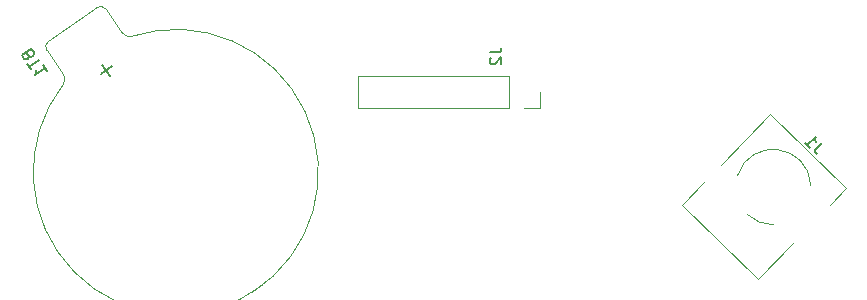
<source format=gbr>
%TF.GenerationSoftware,KiCad,Pcbnew,(6.0.5-0)*%
%TF.CreationDate,2022-07-21T12:39:38-05:00*%
%TF.ProjectId,HPS_Round_Clock,4850535f-526f-4756-9e64-5f436c6f636b,rev?*%
%TF.SameCoordinates,PX56c8cc0PY97a25c0*%
%TF.FileFunction,Legend,Bot*%
%TF.FilePolarity,Positive*%
%FSLAX46Y46*%
G04 Gerber Fmt 4.6, Leading zero omitted, Abs format (unit mm)*
G04 Created by KiCad (PCBNEW (6.0.5-0)) date 2022-07-21 12:39:38*
%MOMM*%
%LPD*%
G01*
G04 APERTURE LIST*
G04 Aperture macros list*
%AMRoundRect*
0 Rectangle with rounded corners*
0 $1 Rounding radius*
0 $2 $3 $4 $5 $6 $7 $8 $9 X,Y pos of 4 corners*
0 Add a 4 corners polygon primitive as box body*
4,1,4,$2,$3,$4,$5,$6,$7,$8,$9,$2,$3,0*
0 Add four circle primitives for the rounded corners*
1,1,$1+$1,$2,$3*
1,1,$1+$1,$4,$5*
1,1,$1+$1,$6,$7*
1,1,$1+$1,$8,$9*
0 Add four rect primitives between the rounded corners*
20,1,$1+$1,$2,$3,$4,$5,0*
20,1,$1+$1,$4,$5,$6,$7,0*
20,1,$1+$1,$6,$7,$8,$9,0*
20,1,$1+$1,$8,$9,$2,$3,0*%
%AMRotRect*
0 Rectangle, with rotation*
0 The origin of the aperture is its center*
0 $1 length*
0 $2 width*
0 $3 Rotation angle, in degrees counterclockwise*
0 Add horizontal line*
21,1,$1,$2,0,0,$3*%
G04 Aperture macros list end*
%ADD10C,0.150000*%
%ADD11C,0.120000*%
%ADD12C,3.200000*%
%ADD13C,2.000000*%
%ADD14R,1.600000X1.600000*%
%ADD15O,1.600000X1.600000*%
%ADD16RoundRect,0.250200X-0.649800X-0.649800X0.649800X-0.649800X0.649800X0.649800X-0.649800X0.649800X0*%
%ADD17C,1.800000*%
%ADD18R,1.700000X1.700000*%
%ADD19O,1.700000X1.700000*%
%ADD20RotRect,3.000000X3.000000X305.000000*%
%ADD21C,3.000000*%
%ADD22RoundRect,0.500000X-0.855982X-1.606174X1.575322X0.911515X0.855982X1.606174X-1.575322X-0.911515X0*%
%ADD23RoundRect,0.500000X1.426339X-0.682318X-0.731681X1.401657X-1.426339X0.682318X0.731681X-1.401657X0*%
G04 APERTURE END LIST*
D10*
%TO.C,BT1*%
X20087666Y49045496D02*
X20208613Y48955788D01*
X20274934Y48944094D01*
X20380261Y48959713D01*
X20497283Y49041652D01*
X20547984Y49135286D01*
X20559678Y49201606D01*
X20544059Y49306934D01*
X20325554Y49618992D01*
X19506402Y49045415D01*
X19697594Y48772365D01*
X19791228Y48721663D01*
X19857548Y48709969D01*
X19962876Y48725588D01*
X20040890Y48780215D01*
X20091591Y48873848D01*
X20103286Y48940169D01*
X20087666Y49045496D01*
X19896474Y49318547D01*
X19998039Y48343285D02*
X20325797Y47875198D01*
X20981070Y48682818D02*
X20161918Y48109241D01*
X21636586Y47746644D02*
X21308828Y48214731D01*
X21472707Y47980688D02*
X20653555Y47407111D01*
X20715950Y47567065D01*
X20739338Y47699706D01*
X20723719Y47805034D01*
X26337343Y48276874D02*
X26992859Y47340700D01*
X27133188Y48136545D02*
X26197014Y47481029D01*
%TO.C,J2*%
X59137380Y49303334D02*
X59851666Y49303334D01*
X59994523Y49350953D01*
X60089761Y49446191D01*
X60137380Y49589048D01*
X60137380Y49684286D01*
X59232619Y48874762D02*
X59185000Y48827143D01*
X59137380Y48731905D01*
X59137380Y48493810D01*
X59185000Y48398572D01*
X59232619Y48350953D01*
X59327857Y48303334D01*
X59423095Y48303334D01*
X59565952Y48350953D01*
X60137380Y48922381D01*
X60137380Y48303334D01*
%TO.C,J1*%
X87247337Y41666312D02*
X86751152Y41152498D01*
X86686169Y41016656D01*
X86688520Y40881989D01*
X86758204Y40748498D01*
X86826712Y40682340D01*
X85833338Y41641630D02*
X86244390Y41244683D01*
X86038864Y41443157D02*
X86733522Y42162496D01*
X86702794Y41993576D01*
X86705145Y41858909D01*
X86740574Y41758497D01*
D11*
%TO.C,BT1*%
X26638049Y52978136D02*
X28043311Y50971214D01*
X21776288Y50245321D02*
X25872048Y53113203D01*
X23046484Y47472397D02*
X21641222Y49479320D01*
X39067841Y29009439D02*
G75*
G03*
X28829816Y50667388I-6496632J10177754D01*
G01*
X28043311Y50971214D02*
G75*
G03*
X28851789Y50676952I614364J430182D01*
G01*
X21776288Y50245320D02*
G75*
G03*
X21641222Y49479320I315466J-450533D01*
G01*
X26638050Y52978136D02*
G75*
G03*
X25872048Y53113203I-450534J-315465D01*
G01*
X23062985Y46629411D02*
G75*
G03*
X39913191Y29601359I9508224J-7442218D01*
G01*
X23046484Y46612033D02*
G75*
G03*
X23046484Y47472397I-614364J430182D01*
G01*
%TO.C,J2*%
X60765000Y47300000D02*
X48005000Y47300000D01*
X60765000Y44640000D02*
X60765000Y47300000D01*
X63365000Y44640000D02*
X63365000Y45970000D01*
X62035000Y44640000D02*
X63365000Y44640000D01*
X60765000Y44640000D02*
X48005000Y44640000D01*
X48005000Y44640000D02*
X48005000Y47300000D01*
%TO.C,J1*%
X81875607Y30105570D02*
X75401548Y36357495D01*
X82834393Y44054431D02*
X78701176Y39774359D01*
X81875607Y30105570D02*
X84827905Y33162764D01*
X89308451Y37802505D02*
X82834393Y44054431D01*
X75401548Y36357495D02*
X77311859Y38335679D01*
X89308451Y37802505D02*
X87953867Y36399793D01*
X86334119Y38033474D02*
G75*
G03*
X80130851Y38902948I-3180262J-126233D01*
G01*
X80930950Y35605354D02*
G75*
G03*
X83209705Y34707728I2222906J2301883D01*
G01*
%TD*%
%LPC*%
D12*
%TO.C,H4*%
X4500000Y59000000D03*
%TD*%
D13*
%TO.C,TP11*%
X69655000Y91055000D03*
%TD*%
%TO.C,TP13*%
X58098000Y68576000D03*
%TD*%
%TO.C,TP4*%
X56955000Y97405000D03*
%TD*%
%TO.C,TP15*%
X39810000Y88515000D03*
%TD*%
%TO.C,TP5*%
X92515000Y64385000D03*
%TD*%
%TO.C,TP2*%
X46160000Y91055000D03*
%TD*%
%TO.C,TP8*%
X76640000Y88515000D03*
%TD*%
D12*
%TO.C,H2*%
X113500000Y59000000D03*
%TD*%
D13*
%TO.C,TP1*%
X34730000Y82800000D03*
%TD*%
%TO.C,TP14*%
X52510000Y92325000D03*
%TD*%
D12*
%TO.C,H3*%
X59000000Y4500000D03*
%TD*%
D13*
%TO.C,TP3*%
X53145000Y51050000D03*
%TD*%
%TO.C,TP12*%
X58225000Y65401000D03*
%TD*%
D14*
%TO.C,U4*%
X41842000Y54860000D03*
D15*
X44382000Y54860000D03*
X46922000Y54860000D03*
X49462000Y54860000D03*
X52002000Y54860000D03*
X54542000Y54860000D03*
X57082000Y54860000D03*
X59622000Y54860000D03*
X62162000Y54860000D03*
X64702000Y54860000D03*
X67242000Y54860000D03*
X69782000Y54860000D03*
X72322000Y54860000D03*
X74862000Y54860000D03*
X74862000Y62480000D03*
X72322000Y62480000D03*
X69782000Y62480000D03*
X67242000Y62480000D03*
X64702000Y62480000D03*
X62162000Y62480000D03*
X59622000Y62480000D03*
X57082000Y62480000D03*
X54542000Y62480000D03*
X52002000Y62480000D03*
X49462000Y62480000D03*
X46922000Y62480000D03*
X44382000Y62480000D03*
X41842000Y62480000D03*
%TD*%
D12*
%TO.C,H1*%
X59000000Y113500000D03*
%TD*%
D16*
%TO.C,U3*%
X63940000Y65750000D03*
D17*
X66480000Y65750000D03*
X69020000Y65750000D03*
%TD*%
D13*
%TO.C,TP6*%
X22665000Y64385000D03*
%TD*%
D14*
%TO.C,U2*%
X54800000Y73275000D03*
D15*
X52260000Y73275000D03*
X49720000Y73275000D03*
X47180000Y73275000D03*
X47180000Y65655000D03*
X49720000Y65655000D03*
X52260000Y65655000D03*
X54800000Y65655000D03*
%TD*%
D13*
%TO.C,TP7*%
X80450000Y85340000D03*
%TD*%
D18*
%TO.C,J3*%
X58225000Y77085000D03*
D19*
X60765000Y77085000D03*
X58225000Y74545000D03*
X60765000Y74545000D03*
X58225000Y72005000D03*
X60765000Y72005000D03*
%TD*%
D20*
%TO.C,BT1*%
X25000000Y50000000D03*
D21*
X36752581Y33215575D03*
%TD*%
D18*
%TO.C,J2*%
X62035000Y45970000D03*
D19*
X59495000Y45970000D03*
X56955000Y45970000D03*
X54415000Y45970000D03*
X51875000Y45970000D03*
X49335000Y45970000D03*
%TD*%
D22*
%TO.C,J1*%
X85671546Y35475937D03*
D23*
X80335375Y33261150D03*
X79410464Y37629735D03*
%TD*%
M02*

</source>
